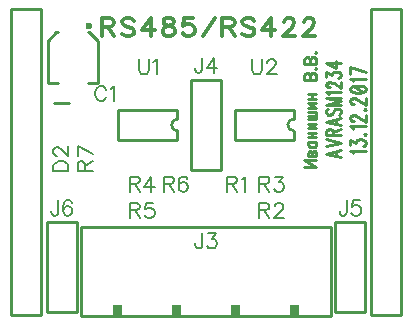
<source format=gbr>
G04 DipTrace 3.1.0.1*
G04 Âåðõíÿÿìàðêèðîâêà.gbr*
%MOIN*%
G04 #@! TF.FileFunction,Legend,Top*
G04 #@! TF.Part,Single*
%ADD10C,0.009843*%
%ADD16C,0.023616*%
%ADD53C,0.00772*%
%ADD54C,0.010936*%
%ADD55C,0.013123*%
%ADD56C,0.008749*%
%FSLAX26Y26*%
G04*
G70*
G90*
G75*
G01*
G04 TopSilk*
%LPD*%
X303419Y-247146D2*
D10*
X267986Y-247169D1*
X303419Y-247146D2*
Y-107448D1*
X273894Y-77889D2*
X303419Y-107448D1*
X273894Y-77889D2*
X267986Y-77865D1*
X169560Y-247169D2*
X134127Y-247146D1*
Y-107448D1*
X163652Y-77889D2*
X134127Y-107448D1*
X169560Y-77865D2*
X163652Y-77889D1*
D16*
X273903Y-56237D3*
X155698Y-312759D2*
D10*
X206840D1*
X245177Y-1023676D2*
X1079823D1*
Y-728400D1*
X245177D1*
Y-1023676D1*
G36*
X351511Y-988922D2*
X382977D1*
Y-1020428D1*
X351511D1*
Y-988922D1*
G37*
G36*
X548320D2*
X579787D1*
Y-1020428D1*
X548320D1*
Y-988922D1*
G37*
G36*
X745130D2*
X776596D1*
Y-1020428D1*
X745130D1*
Y-988922D1*
G37*
G36*
X942106D2*
X973572D1*
Y-1020428D1*
X942106D1*
Y-988922D1*
G37*
X712575Y-237560D2*
D10*
X612570D1*
Y-537522D1*
X712575D1*
Y-237560D1*
X1193753Y-712519D2*
X1093748D1*
Y-1012481D1*
X1193753D1*
Y-712519D1*
X231257D2*
X131252D1*
Y-1012481D1*
X231257D1*
Y-712519D1*
X111713Y-2657D2*
X13287D1*
Y-1022343D1*
X111713D1*
Y-2657D1*
X1311713D2*
X1213287D1*
Y-1022343D1*
X1311713D1*
Y-2657D1*
X567177Y-336362D2*
X370322D1*
X567177Y-438738D2*
X370322D1*
Y-336362D2*
Y-438738D1*
X567177Y-367855D2*
Y-336362D1*
Y-407244D2*
Y-438738D1*
Y-367855D2*
G03X567177Y-407244I9J-19694D01*
G01*
X954677Y-336362D2*
X757822D1*
X954677Y-438738D2*
X757822D1*
Y-336362D2*
Y-438738D1*
X954677Y-367855D2*
Y-336362D1*
Y-407244D2*
Y-438738D1*
Y-367855D2*
G03X954677Y-407244I9J-19694D01*
G01*
X329253Y-269668D2*
D53*
X326876Y-264915D1*
X322068Y-260106D1*
X317314Y-257730D1*
X307753D1*
X302944Y-260106D1*
X298191Y-264915D1*
X295759Y-269668D1*
X293383Y-276853D1*
Y-288846D1*
X295759Y-295976D1*
X298191Y-300785D1*
X302944Y-305538D1*
X307753Y-307970D1*
X317314D1*
X322068Y-305538D1*
X326876Y-300785D1*
X329253Y-295976D1*
X344692Y-267347D2*
X349500Y-264915D1*
X356685Y-257785D1*
Y-307970D1*
X153526Y-541621D2*
X203766D1*
Y-524874D1*
X201334Y-517689D1*
X196581Y-512881D1*
X191773Y-510504D1*
X184643Y-508128D1*
X172650D1*
X165465Y-510504D1*
X160711Y-512881D1*
X155903Y-517689D1*
X153526Y-524874D1*
Y-541621D1*
X165520Y-490257D2*
X163143D1*
X158335Y-487880D1*
X155958Y-485503D1*
X153582Y-480695D1*
Y-471133D1*
X155958Y-466380D1*
X158335Y-464004D1*
X163143Y-461572D1*
X167896D1*
X172705Y-464004D1*
X179835Y-468757D1*
X203766Y-492688D1*
Y-459195D1*
X650000Y-748937D2*
Y-787184D1*
X647623Y-794369D1*
X645191Y-796745D1*
X640438Y-799177D1*
X635629D1*
X630876Y-796745D1*
X628500Y-794369D1*
X626068Y-787184D1*
Y-782430D1*
X670247Y-748992D2*
X696500D1*
X682185Y-768116D1*
X689371D1*
X694124Y-770492D1*
X696500Y-772869D1*
X698932Y-780054D1*
Y-784807D1*
X696500Y-791992D1*
X691747Y-796800D1*
X684562Y-799177D1*
X677377D1*
X670247Y-796800D1*
X667871Y-794369D1*
X665439Y-789615D1*
X648883Y-164337D2*
Y-202583D1*
X646507Y-209768D1*
X644075Y-212145D1*
X639322Y-214577D1*
X634513D1*
X629760Y-212145D1*
X627384Y-209768D1*
X624952Y-202583D1*
Y-197830D1*
X688254Y-214577D2*
Y-164392D1*
X664323Y-197830D1*
X700193D1*
X1131250Y-639296D2*
Y-677542D1*
X1128874Y-684728D1*
X1126442Y-687104D1*
X1121689Y-689536D1*
X1116880D1*
X1112127Y-687104D1*
X1109750Y-684728D1*
X1107319Y-677542D1*
Y-672789D1*
X1175374Y-639351D2*
X1151498D1*
X1149121Y-660851D1*
X1151498Y-658474D1*
X1158683Y-656043D1*
X1165813D1*
X1172998Y-658474D1*
X1177806Y-663228D1*
X1180183Y-670413D1*
Y-675166D1*
X1177806Y-682351D1*
X1172998Y-687159D1*
X1165813Y-689536D1*
X1158683D1*
X1151498Y-687159D1*
X1149121Y-684728D1*
X1146689Y-679974D1*
X169970Y-639296D2*
Y-677542D1*
X167593Y-684728D1*
X165162Y-687104D1*
X160408Y-689536D1*
X155600D1*
X150847Y-687104D1*
X148470Y-684728D1*
X146038Y-677542D1*
Y-672789D1*
X214094Y-646481D2*
X211718Y-641728D1*
X204533Y-639351D1*
X199779D1*
X192594Y-641728D1*
X187786Y-648913D1*
X185409Y-660851D1*
Y-672789D1*
X187786Y-682351D1*
X192594Y-687159D1*
X199779Y-689536D1*
X202156D1*
X209286Y-687159D1*
X214094Y-682351D1*
X216471Y-675166D1*
Y-672789D1*
X214094Y-665604D1*
X209286Y-660851D1*
X202156Y-658474D1*
X199779D1*
X192594Y-660851D1*
X187786Y-665604D1*
X185409Y-672789D1*
X732037Y-583680D2*
X753537D1*
X760722Y-581248D1*
X763154Y-578871D1*
X765530Y-574118D1*
Y-569310D1*
X763154Y-564557D1*
X760722Y-562125D1*
X753537Y-559748D1*
X732037D1*
Y-609988D1*
X748784Y-583680D2*
X765530Y-609988D1*
X780970Y-569365D2*
X785778Y-566933D1*
X792963Y-559803D1*
Y-609988D1*
X840025Y-671189D2*
X861524D1*
X868709Y-668757D1*
X871141Y-666380D1*
X873518Y-661627D1*
Y-656819D1*
X871141Y-652066D1*
X868709Y-649634D1*
X861524Y-647257D1*
X840025D1*
Y-697497D1*
X856771Y-671189D2*
X873518Y-697497D1*
X891389Y-659251D2*
Y-656874D1*
X893766Y-652066D1*
X896142Y-649689D1*
X900951Y-647313D1*
X910512D1*
X915265Y-649689D1*
X917642Y-652066D1*
X920074Y-656874D1*
Y-661627D1*
X917642Y-666436D1*
X912889Y-673566D1*
X888957Y-697497D1*
X922450D1*
X840025Y-583689D2*
X861524D1*
X868709Y-581257D1*
X871141Y-578880D1*
X873518Y-574127D1*
Y-569319D1*
X871141Y-564566D1*
X868709Y-562134D1*
X861524Y-559757D1*
X840025D1*
Y-609997D1*
X856771Y-583689D2*
X873518Y-609997D1*
X893766Y-559813D2*
X920019D1*
X905704Y-578936D1*
X912889D1*
X917642Y-581312D1*
X920019Y-583689D1*
X922450Y-590874D1*
Y-595627D1*
X920019Y-602812D1*
X915265Y-607621D1*
X908080Y-609997D1*
X900895D1*
X893766Y-607621D1*
X891389Y-605189D1*
X888957Y-600436D1*
X407611Y-583689D2*
X429110D1*
X436295Y-581257D1*
X438727Y-578880D1*
X441104Y-574127D1*
Y-569319D1*
X438727Y-564566D1*
X436295Y-562134D1*
X429110Y-559757D1*
X407611D1*
Y-609997D1*
X424357Y-583689D2*
X441104Y-609997D1*
X480475D2*
Y-559813D1*
X456543Y-593251D1*
X492413D1*
X408799Y-671189D2*
X430299D1*
X437484Y-668757D1*
X439916Y-666380D1*
X442292Y-661627D1*
Y-656819D1*
X439916Y-652066D1*
X437484Y-649634D1*
X430299Y-647257D1*
X408799D1*
Y-697497D1*
X425546Y-671189D2*
X442292Y-697497D1*
X486416Y-647313D2*
X462540D1*
X460163Y-668812D1*
X462540Y-666436D1*
X469725Y-664004D1*
X476855D1*
X484040Y-666436D1*
X488848Y-671189D1*
X491225Y-678374D1*
Y-683127D1*
X488848Y-690312D1*
X484040Y-695121D1*
X476855Y-697497D1*
X469725D1*
X462540Y-695121D1*
X460163Y-692689D1*
X457731Y-687936D1*
X522503Y-583680D2*
X544003D1*
X551188Y-581248D1*
X553620Y-578871D1*
X555996Y-574118D1*
Y-569310D1*
X553620Y-564557D1*
X551188Y-562125D1*
X544003Y-559748D1*
X522503D1*
Y-609988D1*
X539250Y-583680D2*
X555996Y-609988D1*
X600120Y-566933D2*
X597744Y-562180D1*
X590559Y-559803D1*
X585806D1*
X578621Y-562180D1*
X573812Y-569365D1*
X571436Y-581303D1*
Y-593241D1*
X573812Y-602803D1*
X578621Y-607611D1*
X585806Y-609988D1*
X588182D1*
X595312Y-607611D1*
X600120Y-602803D1*
X602497Y-595618D1*
Y-593241D1*
X600120Y-586056D1*
X595312Y-581303D1*
X588182Y-578927D1*
X585806D1*
X578621Y-581303D1*
X573812Y-586056D1*
X571436Y-593241D1*
X258717Y-541265D2*
Y-519765D1*
X256285Y-512580D1*
X253908Y-510149D1*
X249155Y-507772D1*
X244346D1*
X239593Y-510149D1*
X237161Y-512580D1*
X234785Y-519765D1*
Y-541265D1*
X285025D1*
X258717Y-524519D2*
X285025Y-507772D1*
Y-482771D2*
X234840Y-458839D1*
Y-492333D1*
X438286Y-168658D2*
Y-204527D1*
X440663Y-211712D1*
X445471Y-216466D1*
X452656Y-218898D1*
X457410D1*
X464595Y-216466D1*
X469403Y-211712D1*
X471780Y-204527D1*
Y-168658D1*
X487219Y-178274D2*
X492027Y-175843D1*
X499212Y-168713D1*
Y-218898D1*
X815036Y-168658D2*
Y-204527D1*
X817413Y-211712D1*
X822221Y-216466D1*
X829406Y-218898D1*
X834160D1*
X841345Y-216466D1*
X846153Y-211712D1*
X848530Y-204527D1*
Y-168658D1*
X866401Y-180651D2*
Y-178274D1*
X868777Y-173466D1*
X871154Y-171089D1*
X875962Y-168713D1*
X885524D1*
X890277Y-171089D1*
X892654Y-173466D1*
X895086Y-178274D1*
Y-183028D1*
X892654Y-187836D1*
X887901Y-194966D1*
X863969Y-218898D1*
X897462D1*
X1153420Y-481985D2*
D54*
X1150988Y-478619D1*
X1143858Y-473589D1*
X1194043D1*
X1143858Y-454913D2*
Y-436536D1*
X1162982Y-446556D1*
Y-441526D1*
X1165358Y-438199D1*
X1167735Y-436536D1*
X1174920Y-434833D1*
X1179673D1*
X1186858Y-436536D1*
X1191667Y-439863D1*
X1194043Y-444892D1*
Y-449922D1*
X1191667Y-454913D1*
X1189235Y-456576D1*
X1184482Y-458279D1*
X1189235Y-417859D2*
X1191667Y-419523D1*
X1194043Y-417859D1*
X1191667Y-416157D1*
X1189235Y-417859D1*
X1153420Y-400846D2*
X1150988Y-397480D1*
X1143858Y-392451D1*
X1194043D1*
X1155797Y-375438D2*
X1153420D1*
X1148612Y-373774D1*
X1146235Y-372111D1*
X1143858Y-368745D1*
Y-362052D1*
X1146235Y-358724D1*
X1148612Y-357061D1*
X1153420Y-355358D1*
X1158173D1*
X1162982Y-357061D1*
X1170112Y-360388D1*
X1194043Y-377140D1*
Y-353695D1*
X1189235Y-336721D2*
X1191667Y-338384D1*
X1194043Y-336721D1*
X1191667Y-335018D1*
X1189235Y-336721D1*
X1155797Y-318005D2*
X1153420D1*
X1148612Y-316342D1*
X1146235Y-314678D1*
X1143858Y-311312D1*
Y-304619D1*
X1146235Y-301292D1*
X1148612Y-299628D1*
X1153420Y-297926D1*
X1158173D1*
X1162982Y-299628D1*
X1170111Y-302956D1*
X1194043Y-319708D1*
Y-296262D1*
X1143858Y-270893D2*
X1146235Y-275922D1*
X1153420Y-279288D1*
X1165358Y-280952D1*
X1172543D1*
X1184482Y-279288D1*
X1191667Y-275922D1*
X1194043Y-270893D1*
Y-267566D1*
X1191667Y-262536D1*
X1184482Y-259209D1*
X1172543Y-257507D1*
X1165358D1*
X1153420Y-259209D1*
X1146235Y-262536D1*
X1143858Y-267566D1*
Y-270893D1*
X1153420Y-259209D2*
X1184482Y-279288D1*
X1153420Y-242196D2*
X1150988Y-238830D1*
X1143858Y-233800D1*
X1194043D1*
Y-211797D2*
X1143858Y-195045D1*
Y-218490D1*
X315814Y-60219D2*
D55*
X341613D1*
X350236Y-57301D1*
X353154Y-54449D1*
X356006Y-48745D1*
Y-42975D1*
X353154Y-37271D1*
X350236Y-34353D1*
X341613Y-31501D1*
X315814D1*
Y-91789D1*
X335910Y-60219D2*
X356006Y-91789D1*
X422444Y-40123D2*
X416741Y-34353D1*
X408119Y-31501D1*
X396645D1*
X388023Y-34353D1*
X382252Y-40123D1*
Y-45827D1*
X385171Y-51597D1*
X388023Y-54449D1*
X393726Y-57301D1*
X410970Y-63071D1*
X416741Y-65923D1*
X419592Y-68841D1*
X422444Y-74545D1*
Y-83167D1*
X416741Y-88871D1*
X408119Y-91789D1*
X396645D1*
X388023Y-88871D1*
X382252Y-83167D1*
X477409Y-91789D2*
Y-31567D1*
X448691Y-71693D1*
X491735D1*
X532308Y-31567D2*
X523752Y-34419D1*
X520834Y-40123D1*
Y-45893D1*
X523752Y-51597D1*
X529456Y-54515D1*
X540930Y-57367D1*
X549552Y-60219D1*
X555256Y-65989D1*
X558107Y-71693D1*
Y-80315D1*
X555256Y-86019D1*
X552404Y-88937D1*
X543782Y-91789D1*
X532308D1*
X523752Y-88937D1*
X520834Y-86019D1*
X517982Y-80315D1*
Y-71693D1*
X520834Y-65989D1*
X526604Y-60219D1*
X535159Y-57367D1*
X546633Y-54515D1*
X552404Y-51597D1*
X555256Y-45893D1*
Y-40123D1*
X552404Y-34419D1*
X543782Y-31567D1*
X532308D1*
X618776D2*
X590124D1*
X587272Y-57367D1*
X590124Y-54515D1*
X598746Y-51597D1*
X607302D1*
X615924Y-54515D1*
X621694Y-60219D1*
X624546Y-68841D1*
Y-74545D1*
X621694Y-83167D1*
X615924Y-88937D1*
X607302Y-91789D1*
X598746D1*
X590124Y-88937D1*
X587272Y-86019D1*
X584354Y-80315D1*
X650793Y-91789D2*
X690985Y-31567D1*
X717232Y-60219D2*
X743031D1*
X751653Y-57301D1*
X754572Y-54449D1*
X757424Y-48745D1*
Y-42975D1*
X754572Y-37271D1*
X751653Y-34353D1*
X743031Y-31501D1*
X717232D1*
Y-91789D1*
X737328Y-60219D2*
X757424Y-91789D1*
X823862Y-40123D2*
X818158Y-34353D1*
X809536Y-31501D1*
X798062D1*
X789440Y-34353D1*
X783670Y-40123D1*
Y-45827D1*
X786589Y-51597D1*
X789440Y-54449D1*
X795144Y-57301D1*
X812388Y-63071D1*
X818158Y-65923D1*
X821010Y-68841D1*
X823862Y-74545D1*
Y-83167D1*
X818158Y-88871D1*
X809536Y-91789D1*
X798062D1*
X789440Y-88871D1*
X783670Y-83167D1*
X878827Y-91789D2*
Y-31567D1*
X850109Y-71693D1*
X893153D1*
X922318Y-45893D2*
Y-43041D1*
X925170Y-37271D1*
X928022Y-34419D1*
X933792Y-31567D1*
X945266D1*
X950970Y-34419D1*
X953822Y-37271D1*
X956740Y-43041D1*
Y-48745D1*
X953822Y-54515D1*
X948118Y-63071D1*
X919400Y-91789D1*
X959592D1*
X988757Y-45893D2*
Y-43041D1*
X991609Y-37271D1*
X994460Y-34419D1*
X1000231Y-31567D1*
X1011705D1*
X1017408Y-34419D1*
X1020260Y-37271D1*
X1023178Y-43041D1*
Y-48745D1*
X1020260Y-54515D1*
X1014556Y-63071D1*
X985838Y-91789D1*
X1026030D1*
X1112789Y-471437D2*
D54*
X1062549Y-482944D1*
X1112789Y-494418D1*
X1096042Y-490107D2*
Y-475748D1*
X1062549Y-458313D2*
X1112789Y-446839D1*
X1062549Y-435365D1*
X1086480Y-422242D2*
Y-409342D1*
X1084048Y-405031D1*
X1081672Y-403572D1*
X1076919Y-402146D1*
X1072110D1*
X1067357Y-403572D1*
X1064925Y-405031D1*
X1062549Y-409342D1*
Y-422242D1*
X1112789D1*
X1086480Y-412194D2*
X1112789Y-402146D1*
Y-366042D2*
X1062549Y-377549D1*
X1112789Y-389023D1*
X1096042Y-384712D2*
Y-370353D1*
X1069734Y-332822D2*
X1064925Y-335674D1*
X1062549Y-339985D1*
Y-345722D1*
X1064925Y-350033D1*
X1069734Y-352918D1*
X1074487D1*
X1079295Y-351459D1*
X1081672Y-350033D1*
X1084048Y-347181D1*
X1088857Y-338559D1*
X1091233Y-335674D1*
X1093665Y-334248D1*
X1098419Y-332822D1*
X1105604D1*
X1110357Y-335674D1*
X1112789Y-339985D1*
Y-345722D1*
X1110357Y-350033D1*
X1105604Y-352918D1*
X1112789Y-296751D2*
X1062549D1*
X1112789Y-308225D1*
X1062549Y-319699D1*
X1112789D1*
X1072166Y-283628D2*
X1069734Y-280743D1*
X1062604Y-276432D1*
X1112789D1*
X1074542Y-261849D2*
X1072166D1*
X1067357Y-260423D1*
X1064980Y-258997D1*
X1062604Y-256112D1*
Y-250375D1*
X1064980Y-247523D1*
X1067357Y-246097D1*
X1072166Y-244638D1*
X1076919D1*
X1081727Y-246097D1*
X1088857Y-248949D1*
X1112789Y-263308D1*
Y-243212D1*
X1062604Y-227204D2*
Y-211452D1*
X1081727Y-220041D1*
Y-215730D1*
X1084104Y-212878D1*
X1086480Y-211452D1*
X1093665Y-209993D1*
X1098419D1*
X1105604Y-211452D1*
X1110412Y-214304D1*
X1112789Y-218615D1*
Y-222926D1*
X1110412Y-227204D1*
X1107980Y-228630D1*
X1103227Y-230089D1*
X1112789Y-182510D2*
X1062604D1*
X1096042Y-196869D1*
Y-175347D1*
X990078Y-505329D2*
D56*
X1030270D1*
X990078D2*
X1030270Y-526765D1*
X990078D2*
X1030270D1*
X1003475Y-491331D2*
X1030270D1*
Y-481002D1*
X1028988Y-477535D1*
X1027706Y-476403D1*
X1025185Y-475272D1*
X1021338D1*
X1018774Y-476403D1*
X1017492Y-477535D1*
X1016254Y-481002D1*
X1014927Y-477535D1*
X1013689Y-476403D1*
X1011125Y-475272D1*
X1008560D1*
X1006040Y-476403D1*
X1004758Y-477535D1*
X1003475Y-481002D1*
Y-491331D1*
X1016254D2*
Y-481002D1*
X1003475Y-442915D2*
X1030270D1*
X1009223D2*
X1005377Y-445957D1*
X1003475Y-449034D1*
Y-453597D1*
X1005377Y-456675D1*
X1009223Y-459717D1*
X1014971Y-461273D1*
X1018774D1*
X1024522Y-459717D1*
X1028325Y-456675D1*
X1030270Y-453597D1*
Y-449034D1*
X1028325Y-445957D1*
X1024522Y-442915D1*
X1003475Y-428917D2*
X1030270D1*
X1003475Y-412858D2*
X1030270D1*
X1016254Y-428917D2*
Y-412858D1*
X1003475Y-382800D2*
X1030270D1*
X1003475D2*
X1030270Y-398859D1*
X1003475D2*
X1030270D1*
Y-368802D2*
X1003475D1*
Y-345845D2*
X1030270D1*
X1003475Y-357341D2*
X1030270D1*
Y-368802D2*
Y-345845D1*
X1003475Y-315788D2*
X1030270D1*
X1003475D2*
X1030270Y-331847D1*
X1003475D2*
X1030270D1*
X1003475Y-301790D2*
X1030270D1*
X1003475Y-285731D2*
X1030270D1*
X1016254Y-301790D2*
Y-285731D1*
X990078Y-236511D2*
X1030270D1*
Y-222715D1*
X1028324Y-218117D1*
X1026423Y-216596D1*
X1022621Y-215075D1*
X1016873D1*
X1013026Y-216596D1*
X1011125Y-218117D1*
X1009223Y-222715D1*
X1007278Y-218117D1*
X1005377Y-216596D1*
X1001574Y-215075D1*
X997727D1*
X993925Y-216596D1*
X991979Y-218117D1*
X990078Y-222715D1*
Y-236511D1*
X1009223D2*
Y-222715D1*
X1026423Y-199556D2*
X1028369Y-201077D1*
X1030270Y-199556D1*
X1028369Y-197999D1*
X1026423Y-199556D1*
X990078Y-184001D2*
X1030270D1*
Y-170206D1*
X1028324Y-165607D1*
X1026423Y-164086D1*
X1022621Y-162565D1*
X1016873D1*
X1013026Y-164086D1*
X1011125Y-165607D1*
X1009223Y-170206D1*
X1007278Y-165607D1*
X1005377Y-164086D1*
X1001574Y-162565D1*
X997727D1*
X993925Y-164086D1*
X991979Y-165607D1*
X990078Y-170206D1*
Y-184001D1*
X1009223D2*
Y-170206D1*
X1026423Y-147046D2*
X1028369Y-148567D1*
X1030270Y-147046D1*
X1028369Y-145489D1*
X1026423Y-147046D1*
M02*

</source>
